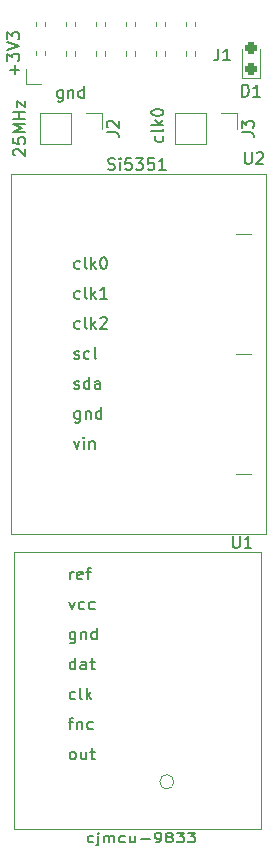
<source format=gto>
G04 #@! TF.GenerationSoftware,KiCad,Pcbnew,6.0.9-8da3e8f707~116~ubuntu20.04.1*
G04 #@! TF.CreationDate,2023-03-08T00:07:42+01:00*
G04 #@! TF.ProjectId,clocks_pmod,636c6f63-6b73-45f7-906d-6f642e6b6963,rev?*
G04 #@! TF.SameCoordinates,Original*
G04 #@! TF.FileFunction,Legend,Top*
G04 #@! TF.FilePolarity,Positive*
%FSLAX46Y46*%
G04 Gerber Fmt 4.6, Leading zero omitted, Abs format (unit mm)*
G04 Created by KiCad (PCBNEW 6.0.9-8da3e8f707~116~ubuntu20.04.1) date 2023-03-08 00:07:42*
%MOMM*%
%LPD*%
G01*
G04 APERTURE LIST*
G04 Aperture macros list*
%AMRoundRect*
0 Rectangle with rounded corners*
0 $1 Rounding radius*
0 $2 $3 $4 $5 $6 $7 $8 $9 X,Y pos of 4 corners*
0 Add a 4 corners polygon primitive as box body*
4,1,4,$2,$3,$4,$5,$6,$7,$8,$9,$2,$3,0*
0 Add four circle primitives for the rounded corners*
1,1,$1+$1,$2,$3*
1,1,$1+$1,$4,$5*
1,1,$1+$1,$6,$7*
1,1,$1+$1,$8,$9*
0 Add four rect primitives between the rounded corners*
20,1,$1+$1,$2,$3,$4,$5,0*
20,1,$1+$1,$4,$5,$6,$7,0*
20,1,$1+$1,$6,$7,$8,$9,0*
20,1,$1+$1,$8,$9,$2,$3,0*%
G04 Aperture macros list end*
%ADD10C,0.150000*%
%ADD11C,0.120000*%
%ADD12C,2.500000*%
%ADD13R,1.700000X1.700000*%
%ADD14C,1.700000*%
%ADD15C,3.000000*%
%ADD16RoundRect,0.237500X0.237500X-0.287500X0.237500X0.287500X-0.237500X0.287500X-0.237500X-0.287500X0*%
%ADD17O,1.700000X1.700000*%
G04 APERTURE END LIST*
D10*
X98552095Y-80732380D02*
X98552095Y-81541904D01*
X98599714Y-81637142D01*
X98647333Y-81684761D01*
X98742571Y-81732380D01*
X98933047Y-81732380D01*
X99028285Y-81684761D01*
X99075904Y-81637142D01*
X99123523Y-81541904D01*
X99123523Y-80732380D01*
X99552095Y-80827619D02*
X99599714Y-80780000D01*
X99694952Y-80732380D01*
X99933047Y-80732380D01*
X100028285Y-80780000D01*
X100075904Y-80827619D01*
X100123523Y-80922857D01*
X100123523Y-81018095D01*
X100075904Y-81160952D01*
X99504476Y-81732380D01*
X100123523Y-81732380D01*
X84107976Y-98194761D02*
X84203214Y-98242380D01*
X84393690Y-98242380D01*
X84488928Y-98194761D01*
X84536547Y-98099523D01*
X84536547Y-98051904D01*
X84488928Y-97956666D01*
X84393690Y-97909047D01*
X84250833Y-97909047D01*
X84155595Y-97861428D01*
X84107976Y-97766190D01*
X84107976Y-97718571D01*
X84155595Y-97623333D01*
X84250833Y-97575714D01*
X84393690Y-97575714D01*
X84488928Y-97623333D01*
X85393690Y-98194761D02*
X85298452Y-98242380D01*
X85107976Y-98242380D01*
X85012738Y-98194761D01*
X84965119Y-98147142D01*
X84917500Y-98051904D01*
X84917500Y-97766190D01*
X84965119Y-97670952D01*
X85012738Y-97623333D01*
X85107976Y-97575714D01*
X85298452Y-97575714D01*
X85393690Y-97623333D01*
X85965119Y-98242380D02*
X85869880Y-98194761D01*
X85822261Y-98099523D01*
X85822261Y-97242380D01*
X84060357Y-105195714D02*
X84298452Y-105862380D01*
X84536547Y-105195714D01*
X84917500Y-105862380D02*
X84917500Y-105195714D01*
X84917500Y-104862380D02*
X84869880Y-104910000D01*
X84917500Y-104957619D01*
X84965119Y-104910000D01*
X84917500Y-104862380D01*
X84917500Y-104957619D01*
X85393690Y-105195714D02*
X85393690Y-105862380D01*
X85393690Y-105290952D02*
X85441309Y-105243333D01*
X85536547Y-105195714D01*
X85679404Y-105195714D01*
X85774642Y-105243333D01*
X85822261Y-105338571D01*
X85822261Y-105862380D01*
X84584166Y-95654761D02*
X84488928Y-95702380D01*
X84298452Y-95702380D01*
X84203214Y-95654761D01*
X84155595Y-95607142D01*
X84107976Y-95511904D01*
X84107976Y-95226190D01*
X84155595Y-95130952D01*
X84203214Y-95083333D01*
X84298452Y-95035714D01*
X84488928Y-95035714D01*
X84584166Y-95083333D01*
X85155595Y-95702380D02*
X85060357Y-95654761D01*
X85012738Y-95559523D01*
X85012738Y-94702380D01*
X85536547Y-95702380D02*
X85536547Y-94702380D01*
X85631785Y-95321428D02*
X85917500Y-95702380D01*
X85917500Y-95035714D02*
X85536547Y-95416666D01*
X86298452Y-94797619D02*
X86346071Y-94750000D01*
X86441309Y-94702380D01*
X86679404Y-94702380D01*
X86774642Y-94750000D01*
X86822261Y-94797619D01*
X86869880Y-94892857D01*
X86869880Y-94988095D01*
X86822261Y-95130952D01*
X86250833Y-95702380D01*
X86869880Y-95702380D01*
X84584166Y-90574761D02*
X84488928Y-90622380D01*
X84298452Y-90622380D01*
X84203214Y-90574761D01*
X84155595Y-90527142D01*
X84107976Y-90431904D01*
X84107976Y-90146190D01*
X84155595Y-90050952D01*
X84203214Y-90003333D01*
X84298452Y-89955714D01*
X84488928Y-89955714D01*
X84584166Y-90003333D01*
X85155595Y-90622380D02*
X85060357Y-90574761D01*
X85012738Y-90479523D01*
X85012738Y-89622380D01*
X85536547Y-90622380D02*
X85536547Y-89622380D01*
X85631785Y-90241428D02*
X85917500Y-90622380D01*
X85917500Y-89955714D02*
X85536547Y-90336666D01*
X86536547Y-89622380D02*
X86631785Y-89622380D01*
X86727023Y-89670000D01*
X86774642Y-89717619D01*
X86822261Y-89812857D01*
X86869880Y-90003333D01*
X86869880Y-90241428D01*
X86822261Y-90431904D01*
X86774642Y-90527142D01*
X86727023Y-90574761D01*
X86631785Y-90622380D01*
X86536547Y-90622380D01*
X86441309Y-90574761D01*
X86393690Y-90527142D01*
X86346071Y-90431904D01*
X86298452Y-90241428D01*
X86298452Y-90003333D01*
X86346071Y-89812857D01*
X86393690Y-89717619D01*
X86441309Y-89670000D01*
X86536547Y-89622380D01*
X84584166Y-93114761D02*
X84488928Y-93162380D01*
X84298452Y-93162380D01*
X84203214Y-93114761D01*
X84155595Y-93067142D01*
X84107976Y-92971904D01*
X84107976Y-92686190D01*
X84155595Y-92590952D01*
X84203214Y-92543333D01*
X84298452Y-92495714D01*
X84488928Y-92495714D01*
X84584166Y-92543333D01*
X85155595Y-93162380D02*
X85060357Y-93114761D01*
X85012738Y-93019523D01*
X85012738Y-92162380D01*
X85536547Y-93162380D02*
X85536547Y-92162380D01*
X85631785Y-92781428D02*
X85917500Y-93162380D01*
X85917500Y-92495714D02*
X85536547Y-92876666D01*
X86869880Y-93162380D02*
X86298452Y-93162380D01*
X86584166Y-93162380D02*
X86584166Y-92162380D01*
X86488928Y-92305238D01*
X86393690Y-92400476D01*
X86298452Y-92448095D01*
X86979428Y-82192761D02*
X87122285Y-82240380D01*
X87360380Y-82240380D01*
X87455619Y-82192761D01*
X87503238Y-82145142D01*
X87550857Y-82049904D01*
X87550857Y-81954666D01*
X87503238Y-81859428D01*
X87455619Y-81811809D01*
X87360380Y-81764190D01*
X87169904Y-81716571D01*
X87074666Y-81668952D01*
X87027047Y-81621333D01*
X86979428Y-81526095D01*
X86979428Y-81430857D01*
X87027047Y-81335619D01*
X87074666Y-81288000D01*
X87169904Y-81240380D01*
X87408000Y-81240380D01*
X87550857Y-81288000D01*
X87979428Y-82240380D02*
X87979428Y-81573714D01*
X87979428Y-81240380D02*
X87931809Y-81288000D01*
X87979428Y-81335619D01*
X88027047Y-81288000D01*
X87979428Y-81240380D01*
X87979428Y-81335619D01*
X88931809Y-81240380D02*
X88455619Y-81240380D01*
X88408000Y-81716571D01*
X88455619Y-81668952D01*
X88550857Y-81621333D01*
X88788952Y-81621333D01*
X88884190Y-81668952D01*
X88931809Y-81716571D01*
X88979428Y-81811809D01*
X88979428Y-82049904D01*
X88931809Y-82145142D01*
X88884190Y-82192761D01*
X88788952Y-82240380D01*
X88550857Y-82240380D01*
X88455619Y-82192761D01*
X88408000Y-82145142D01*
X89312761Y-81240380D02*
X89931809Y-81240380D01*
X89598476Y-81621333D01*
X89741333Y-81621333D01*
X89836571Y-81668952D01*
X89884190Y-81716571D01*
X89931809Y-81811809D01*
X89931809Y-82049904D01*
X89884190Y-82145142D01*
X89836571Y-82192761D01*
X89741333Y-82240380D01*
X89455619Y-82240380D01*
X89360380Y-82192761D01*
X89312761Y-82145142D01*
X90836571Y-81240380D02*
X90360380Y-81240380D01*
X90312761Y-81716571D01*
X90360380Y-81668952D01*
X90455619Y-81621333D01*
X90693714Y-81621333D01*
X90788952Y-81668952D01*
X90836571Y-81716571D01*
X90884190Y-81811809D01*
X90884190Y-82049904D01*
X90836571Y-82145142D01*
X90788952Y-82192761D01*
X90693714Y-82240380D01*
X90455619Y-82240380D01*
X90360380Y-82192761D01*
X90312761Y-82145142D01*
X91836571Y-82240380D02*
X91265142Y-82240380D01*
X91550857Y-82240380D02*
X91550857Y-81240380D01*
X91455619Y-81383238D01*
X91360380Y-81478476D01*
X91265142Y-81526095D01*
X84584166Y-102655714D02*
X84584166Y-103465238D01*
X84536547Y-103560476D01*
X84488928Y-103608095D01*
X84393690Y-103655714D01*
X84250833Y-103655714D01*
X84155595Y-103608095D01*
X84584166Y-103274761D02*
X84488928Y-103322380D01*
X84298452Y-103322380D01*
X84203214Y-103274761D01*
X84155595Y-103227142D01*
X84107976Y-103131904D01*
X84107976Y-102846190D01*
X84155595Y-102750952D01*
X84203214Y-102703333D01*
X84298452Y-102655714D01*
X84488928Y-102655714D01*
X84584166Y-102703333D01*
X85060357Y-102655714D02*
X85060357Y-103322380D01*
X85060357Y-102750952D02*
X85107976Y-102703333D01*
X85203214Y-102655714D01*
X85346071Y-102655714D01*
X85441309Y-102703333D01*
X85488928Y-102798571D01*
X85488928Y-103322380D01*
X86393690Y-103322380D02*
X86393690Y-102322380D01*
X86393690Y-103274761D02*
X86298452Y-103322380D01*
X86107976Y-103322380D01*
X86012738Y-103274761D01*
X85965119Y-103227142D01*
X85917500Y-103131904D01*
X85917500Y-102846190D01*
X85965119Y-102750952D01*
X86012738Y-102703333D01*
X86107976Y-102655714D01*
X86298452Y-102655714D01*
X86393690Y-102703333D01*
X84107976Y-100734761D02*
X84203214Y-100782380D01*
X84393690Y-100782380D01*
X84488928Y-100734761D01*
X84536547Y-100639523D01*
X84536547Y-100591904D01*
X84488928Y-100496666D01*
X84393690Y-100449047D01*
X84250833Y-100449047D01*
X84155595Y-100401428D01*
X84107976Y-100306190D01*
X84107976Y-100258571D01*
X84155595Y-100163333D01*
X84250833Y-100115714D01*
X84393690Y-100115714D01*
X84488928Y-100163333D01*
X85393690Y-100782380D02*
X85393690Y-99782380D01*
X85393690Y-100734761D02*
X85298452Y-100782380D01*
X85107976Y-100782380D01*
X85012738Y-100734761D01*
X84965119Y-100687142D01*
X84917500Y-100591904D01*
X84917500Y-100306190D01*
X84965119Y-100210952D01*
X85012738Y-100163333D01*
X85107976Y-100115714D01*
X85298452Y-100115714D01*
X85393690Y-100163333D01*
X86298452Y-100782380D02*
X86298452Y-100258571D01*
X86250833Y-100163333D01*
X86155595Y-100115714D01*
X85965119Y-100115714D01*
X85869880Y-100163333D01*
X86298452Y-100734761D02*
X86203214Y-100782380D01*
X85965119Y-100782380D01*
X85869880Y-100734761D01*
X85822261Y-100639523D01*
X85822261Y-100544285D01*
X85869880Y-100449047D01*
X85965119Y-100401428D01*
X86203214Y-100401428D01*
X86298452Y-100353809D01*
X97536095Y-113244380D02*
X97536095Y-114053904D01*
X97583714Y-114149142D01*
X97631333Y-114196761D01*
X97726571Y-114244380D01*
X97917047Y-114244380D01*
X98012285Y-114196761D01*
X98059904Y-114149142D01*
X98107523Y-114053904D01*
X98107523Y-113244380D01*
X99107523Y-114244380D02*
X98536095Y-114244380D01*
X98821809Y-114244380D02*
X98821809Y-113244380D01*
X98726571Y-113387238D01*
X98631333Y-113482476D01*
X98536095Y-113530095D01*
X83631738Y-128944714D02*
X84012690Y-128944714D01*
X83774595Y-129611380D02*
X83774595Y-128754238D01*
X83822214Y-128659000D01*
X83917452Y-128611380D01*
X84012690Y-128611380D01*
X84346023Y-128944714D02*
X84346023Y-129611380D01*
X84346023Y-129039952D02*
X84393642Y-128992333D01*
X84488880Y-128944714D01*
X84631738Y-128944714D01*
X84726976Y-128992333D01*
X84774595Y-129087571D01*
X84774595Y-129611380D01*
X85679357Y-129563761D02*
X85584119Y-129611380D01*
X85393642Y-129611380D01*
X85298404Y-129563761D01*
X85250785Y-129516142D01*
X85203166Y-129420904D01*
X85203166Y-129135190D01*
X85250785Y-129039952D01*
X85298404Y-128992333D01*
X85393642Y-128944714D01*
X85584119Y-128944714D01*
X85679357Y-128992333D01*
X83917452Y-132151380D02*
X83822214Y-132103761D01*
X83774595Y-132056142D01*
X83726976Y-131960904D01*
X83726976Y-131675190D01*
X83774595Y-131579952D01*
X83822214Y-131532333D01*
X83917452Y-131484714D01*
X84060309Y-131484714D01*
X84155547Y-131532333D01*
X84203166Y-131579952D01*
X84250785Y-131675190D01*
X84250785Y-131960904D01*
X84203166Y-132056142D01*
X84155547Y-132103761D01*
X84060309Y-132151380D01*
X83917452Y-132151380D01*
X85107928Y-131484714D02*
X85107928Y-132151380D01*
X84679357Y-131484714D02*
X84679357Y-132008523D01*
X84726976Y-132103761D01*
X84822214Y-132151380D01*
X84965071Y-132151380D01*
X85060309Y-132103761D01*
X85107928Y-132056142D01*
X85441261Y-131484714D02*
X85822214Y-131484714D01*
X85584119Y-131151380D02*
X85584119Y-132008523D01*
X85631738Y-132103761D01*
X85726976Y-132151380D01*
X85822214Y-132151380D01*
X85717571Y-139134809D02*
X85622333Y-139172904D01*
X85431857Y-139172904D01*
X85336619Y-139134809D01*
X85289000Y-139096714D01*
X85241380Y-139020523D01*
X85241380Y-138791952D01*
X85289000Y-138715761D01*
X85336619Y-138677666D01*
X85431857Y-138639571D01*
X85622333Y-138639571D01*
X85717571Y-138677666D01*
X86146142Y-138639571D02*
X86146142Y-139325285D01*
X86098523Y-139401476D01*
X86003285Y-139439571D01*
X85955666Y-139439571D01*
X86146142Y-138372904D02*
X86098523Y-138411000D01*
X86146142Y-138449095D01*
X86193761Y-138411000D01*
X86146142Y-138372904D01*
X86146142Y-138449095D01*
X86622333Y-139172904D02*
X86622333Y-138639571D01*
X86622333Y-138715761D02*
X86669952Y-138677666D01*
X86765190Y-138639571D01*
X86908047Y-138639571D01*
X87003285Y-138677666D01*
X87050904Y-138753857D01*
X87050904Y-139172904D01*
X87050904Y-138753857D02*
X87098523Y-138677666D01*
X87193761Y-138639571D01*
X87336619Y-138639571D01*
X87431857Y-138677666D01*
X87479476Y-138753857D01*
X87479476Y-139172904D01*
X88384238Y-139134809D02*
X88289000Y-139172904D01*
X88098523Y-139172904D01*
X88003285Y-139134809D01*
X87955666Y-139096714D01*
X87908047Y-139020523D01*
X87908047Y-138791952D01*
X87955666Y-138715761D01*
X88003285Y-138677666D01*
X88098523Y-138639571D01*
X88289000Y-138639571D01*
X88384238Y-138677666D01*
X89241380Y-138639571D02*
X89241380Y-139172904D01*
X88812809Y-138639571D02*
X88812809Y-139058619D01*
X88860428Y-139134809D01*
X88955666Y-139172904D01*
X89098523Y-139172904D01*
X89193761Y-139134809D01*
X89241380Y-139096714D01*
X89717571Y-138868142D02*
X90479476Y-138868142D01*
X91003285Y-139172904D02*
X91193761Y-139172904D01*
X91289000Y-139134809D01*
X91336619Y-139096714D01*
X91431857Y-138982428D01*
X91479476Y-138830047D01*
X91479476Y-138525285D01*
X91431857Y-138449095D01*
X91384238Y-138411000D01*
X91289000Y-138372904D01*
X91098523Y-138372904D01*
X91003285Y-138411000D01*
X90955666Y-138449095D01*
X90908047Y-138525285D01*
X90908047Y-138715761D01*
X90955666Y-138791952D01*
X91003285Y-138830047D01*
X91098523Y-138868142D01*
X91289000Y-138868142D01*
X91384238Y-138830047D01*
X91431857Y-138791952D01*
X91479476Y-138715761D01*
X92050904Y-138715761D02*
X91955666Y-138677666D01*
X91908047Y-138639571D01*
X91860428Y-138563380D01*
X91860428Y-138525285D01*
X91908047Y-138449095D01*
X91955666Y-138411000D01*
X92050904Y-138372904D01*
X92241380Y-138372904D01*
X92336619Y-138411000D01*
X92384238Y-138449095D01*
X92431857Y-138525285D01*
X92431857Y-138563380D01*
X92384238Y-138639571D01*
X92336619Y-138677666D01*
X92241380Y-138715761D01*
X92050904Y-138715761D01*
X91955666Y-138753857D01*
X91908047Y-138791952D01*
X91860428Y-138868142D01*
X91860428Y-139020523D01*
X91908047Y-139096714D01*
X91955666Y-139134809D01*
X92050904Y-139172904D01*
X92241380Y-139172904D01*
X92336619Y-139134809D01*
X92384238Y-139096714D01*
X92431857Y-139020523D01*
X92431857Y-138868142D01*
X92384238Y-138791952D01*
X92336619Y-138753857D01*
X92241380Y-138715761D01*
X92765190Y-138372904D02*
X93384238Y-138372904D01*
X93050904Y-138677666D01*
X93193761Y-138677666D01*
X93289000Y-138715761D01*
X93336619Y-138753857D01*
X93384238Y-138830047D01*
X93384238Y-139020523D01*
X93336619Y-139096714D01*
X93289000Y-139134809D01*
X93193761Y-139172904D01*
X92908047Y-139172904D01*
X92812809Y-139134809D01*
X92765190Y-139096714D01*
X93717571Y-138372904D02*
X94336619Y-138372904D01*
X94003285Y-138677666D01*
X94146142Y-138677666D01*
X94241380Y-138715761D01*
X94289000Y-138753857D01*
X94336619Y-138830047D01*
X94336619Y-139020523D01*
X94289000Y-139096714D01*
X94241380Y-139134809D01*
X94146142Y-139172904D01*
X93860428Y-139172904D01*
X93765190Y-139134809D01*
X93717571Y-139096714D01*
X84203166Y-121324714D02*
X84203166Y-122134238D01*
X84155547Y-122229476D01*
X84107928Y-122277095D01*
X84012690Y-122324714D01*
X83869833Y-122324714D01*
X83774595Y-122277095D01*
X84203166Y-121943761D02*
X84107928Y-121991380D01*
X83917452Y-121991380D01*
X83822214Y-121943761D01*
X83774595Y-121896142D01*
X83726976Y-121800904D01*
X83726976Y-121515190D01*
X83774595Y-121419952D01*
X83822214Y-121372333D01*
X83917452Y-121324714D01*
X84107928Y-121324714D01*
X84203166Y-121372333D01*
X84679357Y-121324714D02*
X84679357Y-121991380D01*
X84679357Y-121419952D02*
X84726976Y-121372333D01*
X84822214Y-121324714D01*
X84965071Y-121324714D01*
X85060309Y-121372333D01*
X85107928Y-121467571D01*
X85107928Y-121991380D01*
X86012690Y-121991380D02*
X86012690Y-120991380D01*
X86012690Y-121943761D02*
X85917452Y-121991380D01*
X85726976Y-121991380D01*
X85631738Y-121943761D01*
X85584119Y-121896142D01*
X85536500Y-121800904D01*
X85536500Y-121515190D01*
X85584119Y-121419952D01*
X85631738Y-121372333D01*
X85726976Y-121324714D01*
X85917452Y-121324714D01*
X86012690Y-121372333D01*
X83679357Y-118784714D02*
X83917452Y-119451380D01*
X84155547Y-118784714D01*
X84965071Y-119403761D02*
X84869833Y-119451380D01*
X84679357Y-119451380D01*
X84584119Y-119403761D01*
X84536500Y-119356142D01*
X84488880Y-119260904D01*
X84488880Y-118975190D01*
X84536500Y-118879952D01*
X84584119Y-118832333D01*
X84679357Y-118784714D01*
X84869833Y-118784714D01*
X84965071Y-118832333D01*
X85822214Y-119403761D02*
X85726976Y-119451380D01*
X85536500Y-119451380D01*
X85441261Y-119403761D01*
X85393642Y-119356142D01*
X85346023Y-119260904D01*
X85346023Y-118975190D01*
X85393642Y-118879952D01*
X85441261Y-118832333D01*
X85536500Y-118784714D01*
X85726976Y-118784714D01*
X85822214Y-118832333D01*
X84203166Y-124531380D02*
X84203166Y-123531380D01*
X84203166Y-124483761D02*
X84107928Y-124531380D01*
X83917452Y-124531380D01*
X83822214Y-124483761D01*
X83774595Y-124436142D01*
X83726976Y-124340904D01*
X83726976Y-124055190D01*
X83774595Y-123959952D01*
X83822214Y-123912333D01*
X83917452Y-123864714D01*
X84107928Y-123864714D01*
X84203166Y-123912333D01*
X85107928Y-124531380D02*
X85107928Y-124007571D01*
X85060309Y-123912333D01*
X84965071Y-123864714D01*
X84774595Y-123864714D01*
X84679357Y-123912333D01*
X85107928Y-124483761D02*
X85012690Y-124531380D01*
X84774595Y-124531380D01*
X84679357Y-124483761D01*
X84631738Y-124388523D01*
X84631738Y-124293285D01*
X84679357Y-124198047D01*
X84774595Y-124150428D01*
X85012690Y-124150428D01*
X85107928Y-124102809D01*
X85441261Y-123864714D02*
X85822214Y-123864714D01*
X85584119Y-123531380D02*
X85584119Y-124388523D01*
X85631738Y-124483761D01*
X85726976Y-124531380D01*
X85822214Y-124531380D01*
X83774595Y-116911380D02*
X83774595Y-116244714D01*
X83774595Y-116435190D02*
X83822214Y-116339952D01*
X83869833Y-116292333D01*
X83965071Y-116244714D01*
X84060309Y-116244714D01*
X84774595Y-116863761D02*
X84679357Y-116911380D01*
X84488880Y-116911380D01*
X84393642Y-116863761D01*
X84346023Y-116768523D01*
X84346023Y-116387571D01*
X84393642Y-116292333D01*
X84488880Y-116244714D01*
X84679357Y-116244714D01*
X84774595Y-116292333D01*
X84822214Y-116387571D01*
X84822214Y-116482809D01*
X84346023Y-116578047D01*
X85107928Y-116244714D02*
X85488880Y-116244714D01*
X85250785Y-116911380D02*
X85250785Y-116054238D01*
X85298404Y-115959000D01*
X85393642Y-115911380D01*
X85488880Y-115911380D01*
X84203166Y-127023761D02*
X84107928Y-127071380D01*
X83917452Y-127071380D01*
X83822214Y-127023761D01*
X83774595Y-126976142D01*
X83726976Y-126880904D01*
X83726976Y-126595190D01*
X83774595Y-126499952D01*
X83822214Y-126452333D01*
X83917452Y-126404714D01*
X84107928Y-126404714D01*
X84203166Y-126452333D01*
X84774595Y-127071380D02*
X84679357Y-127023761D01*
X84631738Y-126928523D01*
X84631738Y-126071380D01*
X85155547Y-127071380D02*
X85155547Y-126071380D01*
X85250785Y-126690428D02*
X85536500Y-127071380D01*
X85536500Y-126404714D02*
X85155547Y-126785666D01*
X98321904Y-76031380D02*
X98321904Y-75031380D01*
X98560000Y-75031380D01*
X98702857Y-75079000D01*
X98798095Y-75174238D01*
X98845714Y-75269476D01*
X98893333Y-75459952D01*
X98893333Y-75602809D01*
X98845714Y-75793285D01*
X98798095Y-75888523D01*
X98702857Y-75983761D01*
X98560000Y-76031380D01*
X98321904Y-76031380D01*
X99845714Y-76031380D02*
X99274285Y-76031380D01*
X99560000Y-76031380D02*
X99560000Y-75031380D01*
X99464761Y-75174238D01*
X99369523Y-75269476D01*
X99274285Y-75317095D01*
X96313666Y-71969380D02*
X96313666Y-72683666D01*
X96266047Y-72826523D01*
X96170809Y-72921761D01*
X96027952Y-72969380D01*
X95932714Y-72969380D01*
X97313666Y-72969380D02*
X96742238Y-72969380D01*
X97027952Y-72969380D02*
X97027952Y-71969380D01*
X96932714Y-72112238D01*
X96837476Y-72207476D01*
X96742238Y-72255095D01*
X83129523Y-75477714D02*
X83129523Y-76287238D01*
X83081904Y-76382476D01*
X83034285Y-76430095D01*
X82939047Y-76477714D01*
X82796190Y-76477714D01*
X82700952Y-76430095D01*
X83129523Y-76096761D02*
X83034285Y-76144380D01*
X82843809Y-76144380D01*
X82748571Y-76096761D01*
X82700952Y-76049142D01*
X82653333Y-75953904D01*
X82653333Y-75668190D01*
X82700952Y-75572952D01*
X82748571Y-75525333D01*
X82843809Y-75477714D01*
X83034285Y-75477714D01*
X83129523Y-75525333D01*
X83605714Y-75477714D02*
X83605714Y-76144380D01*
X83605714Y-75572952D02*
X83653333Y-75525333D01*
X83748571Y-75477714D01*
X83891428Y-75477714D01*
X83986666Y-75525333D01*
X84034285Y-75620571D01*
X84034285Y-76144380D01*
X84939047Y-76144380D02*
X84939047Y-75144380D01*
X84939047Y-76096761D02*
X84843809Y-76144380D01*
X84653333Y-76144380D01*
X84558095Y-76096761D01*
X84510476Y-76049142D01*
X84462857Y-75953904D01*
X84462857Y-75668190D01*
X84510476Y-75572952D01*
X84558095Y-75525333D01*
X84653333Y-75477714D01*
X84843809Y-75477714D01*
X84939047Y-75525333D01*
X79065428Y-74151904D02*
X79065428Y-73390000D01*
X79446380Y-73770952D02*
X78684476Y-73770952D01*
X78446380Y-73009047D02*
X78446380Y-72390000D01*
X78827333Y-72723333D01*
X78827333Y-72580476D01*
X78874952Y-72485238D01*
X78922571Y-72437619D01*
X79017809Y-72390000D01*
X79255904Y-72390000D01*
X79351142Y-72437619D01*
X79398761Y-72485238D01*
X79446380Y-72580476D01*
X79446380Y-72866190D01*
X79398761Y-72961428D01*
X79351142Y-73009047D01*
X78446380Y-72104285D02*
X79446380Y-71770952D01*
X78446380Y-71437619D01*
X78446380Y-71199523D02*
X78446380Y-70580476D01*
X78827333Y-70913809D01*
X78827333Y-70770952D01*
X78874952Y-70675714D01*
X78922571Y-70628095D01*
X79017809Y-70580476D01*
X79255904Y-70580476D01*
X79351142Y-70628095D01*
X79398761Y-70675714D01*
X79446380Y-70770952D01*
X79446380Y-71056666D01*
X79398761Y-71151904D01*
X79351142Y-71199523D01*
X86872380Y-79073333D02*
X87586666Y-79073333D01*
X87729523Y-79120952D01*
X87824761Y-79216190D01*
X87872380Y-79359047D01*
X87872380Y-79454285D01*
X86967619Y-78644761D02*
X86920000Y-78597142D01*
X86872380Y-78501904D01*
X86872380Y-78263809D01*
X86920000Y-78168571D01*
X86967619Y-78120952D01*
X87062857Y-78073333D01*
X87158095Y-78073333D01*
X87300952Y-78120952D01*
X87872380Y-78692380D01*
X87872380Y-78073333D01*
X79049619Y-81001904D02*
X79002000Y-80954285D01*
X78954380Y-80859047D01*
X78954380Y-80620952D01*
X79002000Y-80525714D01*
X79049619Y-80478095D01*
X79144857Y-80430476D01*
X79240095Y-80430476D01*
X79382952Y-80478095D01*
X79954380Y-81049523D01*
X79954380Y-80430476D01*
X78954380Y-79525714D02*
X78954380Y-80001904D01*
X79430571Y-80049523D01*
X79382952Y-80001904D01*
X79335333Y-79906666D01*
X79335333Y-79668571D01*
X79382952Y-79573333D01*
X79430571Y-79525714D01*
X79525809Y-79478095D01*
X79763904Y-79478095D01*
X79859142Y-79525714D01*
X79906761Y-79573333D01*
X79954380Y-79668571D01*
X79954380Y-79906666D01*
X79906761Y-80001904D01*
X79859142Y-80049523D01*
X79954380Y-79049523D02*
X78954380Y-79049523D01*
X79668666Y-78716190D01*
X78954380Y-78382857D01*
X79954380Y-78382857D01*
X79954380Y-77906666D02*
X78954380Y-77906666D01*
X79430571Y-77906666D02*
X79430571Y-77335238D01*
X79954380Y-77335238D02*
X78954380Y-77335238D01*
X79287714Y-76954285D02*
X79287714Y-76430476D01*
X79954380Y-76954285D01*
X79954380Y-76430476D01*
X98302380Y-79073333D02*
X99016666Y-79073333D01*
X99159523Y-79120952D01*
X99254761Y-79216190D01*
X99302380Y-79359047D01*
X99302380Y-79454285D01*
X98302380Y-78692380D02*
X98302380Y-78073333D01*
X98683333Y-78406666D01*
X98683333Y-78263809D01*
X98730952Y-78168571D01*
X98778571Y-78120952D01*
X98873809Y-78073333D01*
X99111904Y-78073333D01*
X99207142Y-78120952D01*
X99254761Y-78168571D01*
X99302380Y-78263809D01*
X99302380Y-78549523D01*
X99254761Y-78644761D01*
X99207142Y-78692380D01*
X91590761Y-79390761D02*
X91638380Y-79486000D01*
X91638380Y-79676476D01*
X91590761Y-79771714D01*
X91543142Y-79819333D01*
X91447904Y-79866952D01*
X91162190Y-79866952D01*
X91066952Y-79819333D01*
X91019333Y-79771714D01*
X90971714Y-79676476D01*
X90971714Y-79486000D01*
X91019333Y-79390761D01*
X91638380Y-78819333D02*
X91590761Y-78914571D01*
X91495523Y-78962190D01*
X90638380Y-78962190D01*
X91638380Y-78438380D02*
X90638380Y-78438380D01*
X91257428Y-78343142D02*
X91638380Y-78057428D01*
X90971714Y-78057428D02*
X91352666Y-78438380D01*
X90638380Y-77438380D02*
X90638380Y-77343142D01*
X90686000Y-77247904D01*
X90733619Y-77200285D01*
X90828857Y-77152666D01*
X91019333Y-77105047D01*
X91257428Y-77105047D01*
X91447904Y-77152666D01*
X91543142Y-77200285D01*
X91590761Y-77247904D01*
X91638380Y-77343142D01*
X91638380Y-77438380D01*
X91590761Y-77533619D01*
X91543142Y-77581238D01*
X91447904Y-77628857D01*
X91257428Y-77676476D01*
X91019333Y-77676476D01*
X90828857Y-77628857D01*
X90733619Y-77581238D01*
X90686000Y-77533619D01*
X90638380Y-77438380D01*
D11*
X99060000Y-97790000D02*
X97790000Y-97790000D01*
X99060000Y-107950000D02*
X97790000Y-107950000D01*
X97790000Y-97790000D02*
X98425000Y-97790000D01*
X99060000Y-87630000D02*
X97790000Y-87630000D01*
X100330000Y-82550000D02*
X78740000Y-82550000D01*
X78740000Y-82550000D02*
X78740000Y-113030000D01*
X78740000Y-113030000D02*
X100330000Y-113030000D01*
X100330000Y-113030000D02*
X100330000Y-82550000D01*
X99949000Y-114554000D02*
X78994000Y-114554000D01*
X78994000Y-114554000D02*
X78994000Y-138049000D01*
X78994000Y-138049000D02*
X99949000Y-138049000D01*
X99949000Y-138049000D02*
X99949000Y-114554000D01*
X92549000Y-134049000D02*
G75*
G03*
X92549000Y-134049000I-600000J0D01*
G01*
X99795000Y-74445000D02*
X99795000Y-71985000D01*
X98325000Y-74445000D02*
X99795000Y-74445000D01*
X98325000Y-71985000D02*
X98325000Y-74445000D01*
X88520000Y-70077071D02*
X88520000Y-69680000D01*
X84200000Y-70077071D02*
X84200000Y-69680000D01*
X86740000Y-70077071D02*
X86740000Y-69680000D01*
X91060000Y-72617071D02*
X91060000Y-72162929D01*
X80010000Y-74930000D02*
X80010000Y-73660000D01*
X88520000Y-72617071D02*
X88520000Y-72162929D01*
X80900000Y-70077071D02*
X80900000Y-69680000D01*
X94360000Y-70077071D02*
X94360000Y-69680000D01*
X93600000Y-70077071D02*
X93600000Y-69680000D01*
X83440000Y-72617071D02*
X83440000Y-72162929D01*
X85980000Y-72617071D02*
X85980000Y-72162929D01*
X91820000Y-72617071D02*
X91820000Y-72162929D01*
X81660000Y-72550000D02*
X81660000Y-72162929D01*
X93600000Y-72617071D02*
X93600000Y-72162929D01*
X81660000Y-70077071D02*
X81660000Y-69680000D01*
X89280000Y-72617071D02*
X89280000Y-72162929D01*
X85980000Y-70077071D02*
X85980000Y-69680000D01*
X86740000Y-72617071D02*
X86740000Y-72162929D01*
X91060000Y-70077071D02*
X91060000Y-69680000D01*
X84200000Y-72617071D02*
X84200000Y-72162929D01*
X89280000Y-70077071D02*
X89280000Y-69680000D01*
X83440000Y-70077071D02*
X83440000Y-69680000D01*
X81280000Y-74930000D02*
X80010000Y-74930000D01*
X80900000Y-72550000D02*
X80900000Y-72162929D01*
X91820000Y-70077071D02*
X91820000Y-69680000D01*
X94360000Y-72617071D02*
X94360000Y-72162929D01*
X83820000Y-77410000D02*
X83820000Y-80070000D01*
X86420000Y-77410000D02*
X86420000Y-78740000D01*
X85090000Y-77410000D02*
X86420000Y-77410000D01*
X83820000Y-77410000D02*
X81220000Y-77410000D01*
X81220000Y-77410000D02*
X81220000Y-80070000D01*
X83820000Y-80070000D02*
X81220000Y-80070000D01*
X95250000Y-77410000D02*
X95250000Y-80070000D01*
X92650000Y-77410000D02*
X92650000Y-80070000D01*
X95250000Y-77410000D02*
X92650000Y-77410000D01*
X96520000Y-77410000D02*
X97850000Y-77410000D01*
X97850000Y-77410000D02*
X97850000Y-78740000D01*
X95250000Y-80070000D02*
X92650000Y-80070000D01*
%LPC*%
D12*
X81280000Y-85090000D03*
X81280000Y-110490000D03*
D13*
X81280000Y-105410000D03*
D14*
X81280000Y-102870000D03*
X81280000Y-100330000D03*
X81280000Y-97790000D03*
X81280000Y-95250000D03*
X81280000Y-92710000D03*
X81280000Y-90170000D03*
D15*
X81534000Y-135509000D03*
D13*
X80899000Y-116459000D03*
D14*
X80899000Y-118999000D03*
X80899000Y-121539000D03*
X80899000Y-124079000D03*
X80899000Y-126619000D03*
X80899000Y-129159000D03*
X80899000Y-131699000D03*
D16*
X99060000Y-73660000D03*
X99060000Y-71910000D03*
D13*
X81280000Y-73660000D03*
D17*
X81280000Y-71120000D03*
X83820000Y-73660000D03*
X83820000Y-71120000D03*
X86360000Y-73660000D03*
X86360000Y-71120000D03*
X88900000Y-73660000D03*
X88900000Y-71120000D03*
X91440000Y-73660000D03*
X91440000Y-71120000D03*
X93980000Y-73660000D03*
X93980000Y-71120000D03*
D13*
X85090000Y-78740000D03*
D17*
X82550000Y-78740000D03*
D13*
X96520000Y-78740000D03*
D17*
X93980000Y-78740000D03*
M02*

</source>
